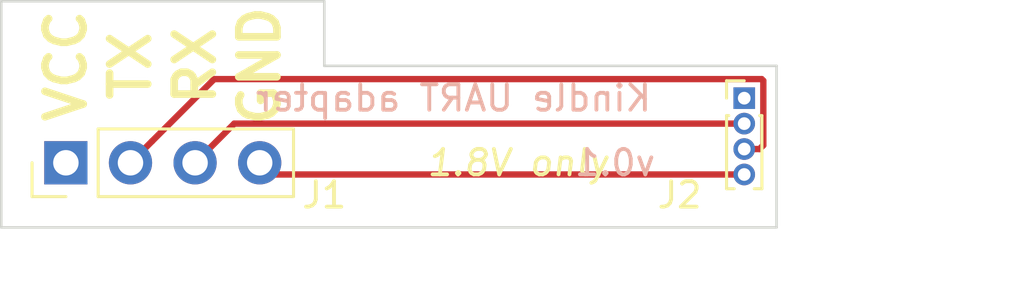
<source format=kicad_pcb>
(kicad_pcb (version 20171130) (host pcbnew 5.1.4+dfsg1-1)

  (general
    (thickness 1.6)
    (drawings 13)
    (tracks 11)
    (zones 0)
    (modules 2)
    (nets 6)
  )

  (page A4)
  (layers
    (0 F.Cu signal)
    (31 B.Cu signal)
    (32 B.Adhes user)
    (33 F.Adhes user)
    (34 B.Paste user)
    (35 F.Paste user)
    (36 B.SilkS user)
    (37 F.SilkS user)
    (38 B.Mask user)
    (39 F.Mask user)
    (40 Dwgs.User user)
    (41 Cmts.User user)
    (42 Eco1.User user)
    (43 Eco2.User user)
    (44 Edge.Cuts user)
    (45 Margin user)
    (46 B.CrtYd user)
    (47 F.CrtYd user)
    (48 B.Fab user)
    (49 F.Fab user)
  )

  (setup
    (last_trace_width 0.25)
    (trace_clearance 0.2)
    (zone_clearance 0.508)
    (zone_45_only no)
    (trace_min 0.2)
    (via_size 0.8)
    (via_drill 0.4)
    (via_min_size 0.4)
    (via_min_drill 0.3)
    (uvia_size 0.3)
    (uvia_drill 0.1)
    (uvias_allowed no)
    (uvia_min_size 0.2)
    (uvia_min_drill 0.1)
    (edge_width 0.05)
    (segment_width 0.2)
    (pcb_text_width 0.3)
    (pcb_text_size 1.5 1.5)
    (mod_edge_width 0.12)
    (mod_text_size 1 1)
    (mod_text_width 0.15)
    (pad_size 1.524 1.524)
    (pad_drill 0.762)
    (pad_to_mask_clearance 0.051)
    (solder_mask_min_width 0.25)
    (aux_axis_origin 0 0)
    (visible_elements FFFFFF7F)
    (pcbplotparams
      (layerselection 0x010fc_ffffffff)
      (usegerberextensions false)
      (usegerberattributes false)
      (usegerberadvancedattributes false)
      (creategerberjobfile false)
      (excludeedgelayer true)
      (linewidth 0.100000)
      (plotframeref false)
      (viasonmask false)
      (mode 1)
      (useauxorigin false)
      (hpglpennumber 1)
      (hpglpenspeed 20)
      (hpglpendiameter 15.000000)
      (psnegative false)
      (psa4output false)
      (plotreference true)
      (plotvalue true)
      (plotinvisibletext false)
      (padsonsilk false)
      (subtractmaskfromsilk false)
      (outputformat 1)
      (mirror false)
      (drillshape 0)
      (scaleselection 1)
      (outputdirectory "v1.0/"))
  )

  (net 0 "")
  (net 1 /VCC)
  (net 2 /TX)
  (net 3 /RX)
  (net 4 /GND)
  (net 5 "Net-(J2-Pad1)")

  (net_class Default "This is the default net class."
    (clearance 0.2)
    (trace_width 0.25)
    (via_dia 0.8)
    (via_drill 0.4)
    (uvia_dia 0.3)
    (uvia_drill 0.1)
    (add_net /GND)
    (add_net /RX)
    (add_net /TX)
    (add_net /VCC)
    (add_net "Net-(J2-Pad1)")
  )

  (module Connector_PinHeader_2.54mm:PinHeader_1x04_P2.54mm_Vertical (layer F.Cu) (tedit 59FED5CC) (tstamp 5D7907AE)
    (at 133.35 91.44 90)
    (descr "Through hole straight pin header, 1x04, 2.54mm pitch, single row")
    (tags "Through hole pin header THT 1x04 2.54mm single row")
    (path /5D78C418)
    (fp_text reference J1 (at -1.27 10.16 180) (layer F.SilkS)
      (effects (font (size 1 1) (thickness 0.15)))
    )
    (fp_text value Conn_01x04 (at -3.81 3.81 180) (layer F.Fab)
      (effects (font (size 1 1) (thickness 0.15)))
    )
    (fp_text user %R (at 2.77 3.81) (layer F.Fab)
      (effects (font (size 1 1) (thickness 0.15)))
    )
    (fp_line (start 1.8 -1.8) (end -1.8 -1.8) (layer F.CrtYd) (width 0.05))
    (fp_line (start 1.8 9.4) (end 1.8 -1.8) (layer F.CrtYd) (width 0.05))
    (fp_line (start -1.8 9.4) (end 1.8 9.4) (layer F.CrtYd) (width 0.05))
    (fp_line (start -1.8 -1.8) (end -1.8 9.4) (layer F.CrtYd) (width 0.05))
    (fp_line (start -1.33 -1.33) (end 0 -1.33) (layer F.SilkS) (width 0.12))
    (fp_line (start -1.33 0) (end -1.33 -1.33) (layer F.SilkS) (width 0.12))
    (fp_line (start -1.33 1.27) (end 1.33 1.27) (layer F.SilkS) (width 0.12))
    (fp_line (start 1.33 1.27) (end 1.33 8.95) (layer F.SilkS) (width 0.12))
    (fp_line (start -1.33 1.27) (end -1.33 8.95) (layer F.SilkS) (width 0.12))
    (fp_line (start -1.33 8.95) (end 1.33 8.95) (layer F.SilkS) (width 0.12))
    (fp_line (start -1.27 -0.635) (end -0.635 -1.27) (layer F.Fab) (width 0.1))
    (fp_line (start -1.27 8.89) (end -1.27 -0.635) (layer F.Fab) (width 0.1))
    (fp_line (start 1.27 8.89) (end -1.27 8.89) (layer F.Fab) (width 0.1))
    (fp_line (start 1.27 -1.27) (end 1.27 8.89) (layer F.Fab) (width 0.1))
    (fp_line (start -0.635 -1.27) (end 1.27 -1.27) (layer F.Fab) (width 0.1))
    (pad 4 thru_hole oval (at 0 7.62 90) (size 1.7 1.7) (drill 1) (layers *.Cu *.Mask)
      (net 4 /GND))
    (pad 3 thru_hole oval (at 0 5.08 90) (size 1.7 1.7) (drill 1) (layers *.Cu *.Mask)
      (net 3 /RX))
    (pad 2 thru_hole oval (at 0 2.54 90) (size 1.7 1.7) (drill 1) (layers *.Cu *.Mask)
      (net 2 /TX))
    (pad 1 thru_hole rect (at 0 0 90) (size 1.7 1.7) (drill 1) (layers *.Cu *.Mask)
      (net 1 /VCC))
    (model ${KISYS3DMOD}/Connector_PinHeader_2.54mm.3dshapes/PinHeader_1x04_P2.54mm_Vertical.wrl
      (at (xyz 0 0 0))
      (scale (xyz 1 1 1))
      (rotate (xyz 0 0 0))
    )
  )

  (module Connector_PinHeader_1.00mm:PinHeader_1x04_P1.00mm_Vertical (layer F.Cu) (tedit 59FED738) (tstamp 5D7900BF)
    (at 160.02 88.9)
    (descr "Through hole straight pin header, 1x04, 1.00mm pitch, single row")
    (tags "Through hole pin header THT 1x04 1.00mm single row")
    (path /5D78BDFC)
    (fp_text reference J2 (at -2.54 3.81) (layer F.SilkS)
      (effects (font (size 1 1) (thickness 0.15)))
    )
    (fp_text value Conn_01x04 (at 6.35 0) (layer F.Fab)
      (effects (font (size 1 1) (thickness 0.15)))
    )
    (fp_line (start -0.3175 -0.5) (end 0.635 -0.5) (layer F.Fab) (width 0.1))
    (fp_line (start 0.635 -0.5) (end 0.635 3.5) (layer F.Fab) (width 0.1))
    (fp_line (start 0.635 3.5) (end -0.635 3.5) (layer F.Fab) (width 0.1))
    (fp_line (start -0.635 3.5) (end -0.635 -0.1825) (layer F.Fab) (width 0.1))
    (fp_line (start -0.635 -0.1825) (end -0.3175 -0.5) (layer F.Fab) (width 0.1))
    (fp_line (start -0.695 3.56) (end -0.394493 3.56) (layer F.SilkS) (width 0.12))
    (fp_line (start 0.394493 3.56) (end 0.695 3.56) (layer F.SilkS) (width 0.12))
    (fp_line (start -0.695 0.685) (end -0.695 3.56) (layer F.SilkS) (width 0.12))
    (fp_line (start 0.695 0.685) (end 0.695 3.56) (layer F.SilkS) (width 0.12))
    (fp_line (start -0.695 0.685) (end -0.608276 0.685) (layer F.SilkS) (width 0.12))
    (fp_line (start 0.608276 0.685) (end 0.695 0.685) (layer F.SilkS) (width 0.12))
    (fp_line (start -0.695 0) (end -0.695 -0.685) (layer F.SilkS) (width 0.12))
    (fp_line (start -0.695 -0.685) (end 0 -0.685) (layer F.SilkS) (width 0.12))
    (fp_line (start -1.15 -1) (end -1.15 4) (layer F.CrtYd) (width 0.05))
    (fp_line (start -1.15 4) (end 1.15 4) (layer F.CrtYd) (width 0.05))
    (fp_line (start 1.15 4) (end 1.15 -1) (layer F.CrtYd) (width 0.05))
    (fp_line (start 1.15 -1) (end -1.15 -1) (layer F.CrtYd) (width 0.05))
    (fp_text user %R (at 0 1.5 90) (layer F.Fab)
      (effects (font (size 0.76 0.76) (thickness 0.114)))
    )
    (pad 1 thru_hole rect (at 0 0) (size 0.85 0.85) (drill 0.5) (layers *.Cu *.Mask)
      (net 5 "Net-(J2-Pad1)"))
    (pad 2 thru_hole oval (at 0 1) (size 0.85 0.85) (drill 0.5) (layers *.Cu *.Mask)
      (net 3 /RX))
    (pad 3 thru_hole oval (at 0 2) (size 0.85 0.85) (drill 0.5) (layers *.Cu *.Mask)
      (net 2 /TX))
    (pad 4 thru_hole oval (at 0 3) (size 0.85 0.85) (drill 0.5) (layers *.Cu *.Mask)
      (net 4 /GND))
    (model ${KISYS3DMOD}/Connector_PinHeader_1.00mm.3dshapes/PinHeader_1x04_P1.00mm_Vertical.wrl
      (at (xyz 0 0 0))
      (scale (xyz 1 1 1))
      (rotate (xyz 0 0 0))
    )
  )

  (gr_text "1.8V only\n" (at 151.13 91.44) (layer F.SilkS)
    (effects (font (size 1 1) (thickness 0.15) italic))
  )
  (gr_text v0.1 (at 154.94 91.44) (layer B.SilkS)
    (effects (font (size 1 1) (thickness 0.15)) (justify mirror))
  )
  (gr_text "Kindle UART adapter" (at 148.59 88.9) (layer B.SilkS)
    (effects (font (size 1 1) (thickness 0.15)) (justify mirror))
  )
  (gr_line (start 143.51 87.63) (end 161.29 87.63) (layer Edge.Cuts) (width 0.1))
  (gr_line (start 143.51 85.09) (end 143.51 87.63) (layer Edge.Cuts) (width 0.1))
  (gr_line (start 130.81 85.09) (end 143.51 85.09) (layer Edge.Cuts) (width 0.1))
  (gr_line (start 130.81 93.98) (end 130.81 85.09) (layer Edge.Cuts) (width 0.1))
  (gr_line (start 161.29 93.98) (end 130.81 93.98) (layer Edge.Cuts) (width 0.1))
  (gr_line (start 161.29 87.63) (end 161.29 93.98) (layer Edge.Cuts) (width 0.1))
  (gr_text GND (at 140.97 87.63 90) (layer F.SilkS)
    (effects (font (size 1.5 1.5) (thickness 0.3)))
  )
  (gr_text RX (at 138.43 87.63 90) (layer F.SilkS)
    (effects (font (size 1.5 1.5) (thickness 0.3)))
  )
  (gr_text TX (at 135.89 87.63 90) (layer F.SilkS)
    (effects (font (size 1.5 1.5) (thickness 0.3)))
  )
  (gr_text VCC (at 133.35 87.63 90) (layer F.SilkS)
    (effects (font (size 1.5 1.5) (thickness 0.3)))
  )

  (segment (start 136.739999 90.590001) (end 135.89 91.44) (width 0.25) (layer F.Cu) (net 2))
  (segment (start 139.180001 88.149999) (end 136.739999 90.590001) (width 0.25) (layer F.Cu) (net 2))
  (segment (start 160.770001 88.214999) (end 160.705001 88.149999) (width 0.25) (layer F.Cu) (net 2))
  (segment (start 160.705001 88.149999) (end 139.180001 88.149999) (width 0.25) (layer F.Cu) (net 2))
  (segment (start 160.770001 90.751039) (end 160.770001 88.214999) (width 0.25) (layer F.Cu) (net 2))
  (segment (start 160.62104 90.9) (end 160.770001 90.751039) (width 0.25) (layer F.Cu) (net 2))
  (segment (start 160.02 90.9) (end 160.62104 90.9) (width 0.25) (layer F.Cu) (net 2))
  (segment (start 139.97 89.9) (end 138.43 91.44) (width 0.25) (layer F.Cu) (net 3))
  (segment (start 160.02 89.9) (end 139.97 89.9) (width 0.25) (layer F.Cu) (net 3))
  (segment (start 141.43 91.9) (end 140.97 91.44) (width 0.25) (layer F.Cu) (net 4))
  (segment (start 160.02 91.9) (end 141.43 91.9) (width 0.25) (layer F.Cu) (net 4))

)

</source>
